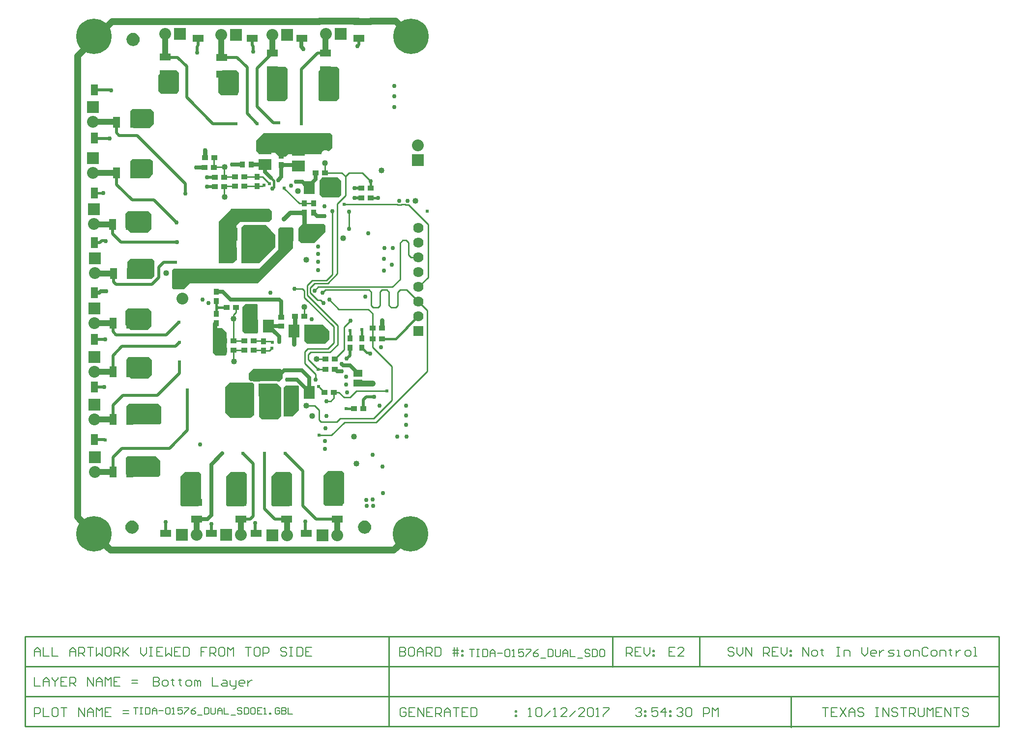
<source format=gbl>
G04 Layer_Physical_Order=4*
G04 Layer_Color=16711680*
%FSLAX25Y25*%
%MOIN*%
G70*
G01*
G75*
%ADD15R,0.03740X0.03937*%
%ADD21R,0.07677X0.08858*%
%ADD23R,0.03937X0.03740*%
%ADD25C,0.04000*%
%ADD26R,0.05118X0.07284*%
%ADD28R,0.03740X0.03937*%
%ADD29R,0.07284X0.05118*%
%ADD30R,0.03937X0.03740*%
%ADD32R,0.08858X0.07677*%
%ADD38C,0.01000*%
%ADD39C,0.02000*%
%ADD40C,0.02500*%
%ADD41C,0.01500*%
%ADD42C,0.04000*%
%ADD43C,0.03000*%
%ADD44C,0.04500*%
%ADD46C,0.00800*%
%ADD47C,0.03000*%
%ADD48C,0.07008*%
%ADD49R,0.07008X0.07008*%
%ADD50C,0.08000*%
%ADD51R,0.08000X0.08000*%
%ADD52C,0.24000*%
%ADD53R,0.08000X0.08000*%
%ADD54C,0.02400*%
%ADD55R,0.05906X0.05118*%
G36*
X156500Y117500D02*
Y111500D01*
Y101283D01*
X152217Y97000D01*
X146500D01*
X146025Y97475D01*
X146029Y97500D01*
Y101000D01*
Y116500D01*
X146025Y116525D01*
X147500Y118000D01*
X156000D01*
X156500Y117500D01*
D02*
G37*
G36*
X145500Y128000D02*
Y123000D01*
X143500Y121000D01*
X143405Y120905D01*
X142096D01*
X142085Y120913D01*
X141500Y121029D01*
X130500D01*
X129915Y120913D01*
X129904Y120905D01*
X125500D01*
Y121000D01*
X124094D01*
X124000Y120905D01*
X122500Y122406D01*
Y124000D01*
Y126500D01*
X124000Y128000D01*
X125500Y129500D01*
X144000D01*
X145500Y128000D01*
D02*
G37*
G36*
X143000Y118000D02*
X144500Y116500D01*
Y101000D01*
Y97500D01*
X143000Y96000D01*
X142000Y95000D01*
X131500D01*
X129500Y97000D01*
Y118500D01*
X130500Y119500D01*
X141500D01*
X143000Y118000D01*
D02*
G37*
G36*
X126000Y119000D02*
Y114000D01*
Y98500D01*
X124000Y96500D01*
X123500Y96000D01*
X110000D01*
X107000Y99000D01*
X106500Y99500D01*
Y112000D01*
Y117000D01*
X109500Y120000D01*
X125000D01*
X126000Y119000D01*
D02*
G37*
G36*
X177174Y154951D02*
Y149549D01*
X173951Y146326D01*
X162174D01*
X160500Y148000D01*
X160000Y148500D01*
Y151500D01*
Y159500D01*
X172626D01*
X177174Y154951D01*
D02*
G37*
G36*
X128000Y173500D02*
X128500Y173000D01*
X128500Y165000D01*
Y153500D01*
X119650Y153500D01*
X118000Y155150D01*
Y171500D01*
X120000Y173500D01*
X128000Y173500D01*
D02*
G37*
G36*
X56800Y135300D02*
Y125300D01*
X54300Y122800D01*
X42800D01*
X39300Y126009D01*
Y135509D01*
X40800Y137300D01*
X54800D01*
X56800Y135300D01*
D02*
G37*
G36*
X107500Y154000D02*
Y144500D01*
Y139579D01*
X107579Y139500D01*
X106500Y138421D01*
X100079D01*
X100000Y138500D01*
X98000Y140500D01*
Y150000D01*
Y155500D01*
X98500Y156000D01*
X99500Y157000D01*
X104500D01*
X107500Y154000D01*
D02*
G37*
G36*
X90209Y58000D02*
Y38000D01*
X88209Y36000D01*
X77209D01*
X76709Y36500D01*
X76209Y37000D01*
Y39000D01*
Y56500D01*
X78209Y58500D01*
X79209Y59500D01*
X88709D01*
X90209Y58000D01*
D02*
G37*
G36*
X121209D02*
Y38000D01*
X119209Y36000D01*
X108209D01*
X107709Y36500D01*
X107209Y37000D01*
Y39000D01*
Y56500D01*
X109209Y58500D01*
X110209Y59500D01*
X119709D01*
X121209Y58000D01*
D02*
G37*
G36*
X44475Y26384D02*
X45569Y25931D01*
X46509Y25209D01*
X47231Y24269D01*
X47684Y23175D01*
X47839Y22000D01*
X47684Y20825D01*
X47231Y19731D01*
X46509Y18791D01*
X45569Y18069D01*
X44475Y17616D01*
X43300Y17461D01*
X42125Y17616D01*
X41031Y18069D01*
X40091Y18791D01*
X39369Y19731D01*
X38916Y20825D01*
X38761Y22000D01*
X38916Y23175D01*
X39369Y24269D01*
X40091Y25209D01*
X41031Y25931D01*
X42125Y26384D01*
X43300Y26539D01*
X44475Y26384D01*
D02*
G37*
G36*
X202175D02*
X203269Y25931D01*
X204209Y25209D01*
X204931Y24269D01*
X205384Y23175D01*
X205539Y22000D01*
X205384Y20825D01*
X204931Y19731D01*
X204209Y18791D01*
X203269Y18069D01*
X202175Y17616D01*
X201000Y17461D01*
X199825Y17616D01*
X198731Y18069D01*
X197791Y18791D01*
X197069Y19731D01*
X196616Y20825D01*
X196461Y22000D01*
X196616Y23175D01*
X197069Y24269D01*
X197791Y25209D01*
X198731Y25931D01*
X199825Y26384D01*
X201000Y26539D01*
X202175Y26384D01*
D02*
G37*
G36*
X61500Y68000D02*
X62500Y67000D01*
Y62500D01*
Y57500D01*
X61000Y56000D01*
X41000D01*
X39000Y58000D01*
Y63500D01*
Y69000D01*
X39500Y69500D01*
X40000Y70000D01*
X59500D01*
X61500Y68000D01*
D02*
G37*
G36*
X63000Y103709D02*
Y98209D01*
Y92709D01*
X62500Y92209D01*
X62000Y91709D01*
X42500D01*
X40500Y93709D01*
X39500Y94709D01*
Y99209D01*
Y104209D01*
X41000Y105709D01*
X61000D01*
X63000Y103709D01*
D02*
G37*
G36*
X151709Y58000D02*
Y38000D01*
X149709Y36000D01*
X138709D01*
X138209Y36500D01*
X137709Y37000D01*
Y39000D01*
Y56500D01*
X139709Y58500D01*
X140709Y59500D01*
X150209D01*
X151709Y58000D01*
D02*
G37*
G36*
X187209Y58500D02*
Y38500D01*
X185209Y36500D01*
X174209D01*
X173709Y37000D01*
X173209Y37500D01*
Y39500D01*
Y57000D01*
X175209Y59000D01*
X176209Y60000D01*
X185709D01*
X187209Y58500D01*
D02*
G37*
G36*
X58100Y303850D02*
Y295700D01*
X55600Y292850D01*
X44600D01*
X42100Y295058D01*
Y304558D01*
X43600Y305850D01*
X56100D01*
X58100Y303850D01*
D02*
G37*
G36*
X148709Y333000D02*
Y313000D01*
X146709Y311000D01*
X135709D01*
X135209Y311500D01*
X134709Y312000D01*
Y314000D01*
Y331500D01*
X136709Y333500D01*
X137709Y334500D01*
X147209D01*
X148709Y333000D01*
D02*
G37*
G36*
X57600Y270350D02*
Y261850D01*
X55100Y258850D01*
X45100D01*
X42100Y261058D01*
Y270558D01*
X43600Y271850D01*
X55600D01*
X57600Y270350D01*
D02*
G37*
G36*
X179000Y288000D02*
Y285500D01*
Y279500D01*
X177000Y277500D01*
X176497Y276997D01*
X175912Y277446D01*
X175231Y277728D01*
X174500Y277824D01*
X173769Y277728D01*
X173088Y277446D01*
X172503Y276997D01*
X172054Y276412D01*
X171772Y275731D01*
X171676Y275000D01*
X149000D01*
X148500Y274500D01*
X147500Y273500D01*
X143000D01*
X140500Y276000D01*
X129161D01*
X128972Y275811D01*
X127594Y277189D01*
Y278500D01*
Y284594D01*
X128500Y285500D01*
X132500Y289500D01*
X177500D01*
X179000Y288000D01*
D02*
G37*
G36*
X75150Y330500D02*
Y318000D01*
X73650Y316000D01*
X63150D01*
X61150Y318000D01*
Y328604D01*
X64546Y332000D01*
X73150D01*
X75150Y330500D01*
D02*
G37*
G36*
X45175Y357384D02*
X46269Y356931D01*
X47209Y356209D01*
X47931Y355269D01*
X48384Y354175D01*
X48539Y353000D01*
X48384Y351825D01*
X47931Y350731D01*
X47209Y349791D01*
X46269Y349069D01*
X45175Y348616D01*
X44000Y348461D01*
X42825Y348616D01*
X41731Y349069D01*
X40791Y349791D01*
X40069Y350731D01*
X39616Y351825D01*
X39461Y353000D01*
X39616Y354175D01*
X40069Y355269D01*
X40791Y356209D01*
X41731Y356931D01*
X42825Y357384D01*
X44000Y357539D01*
X45175Y357384D01*
D02*
G37*
G36*
X183709Y333000D02*
Y313000D01*
X181709Y311000D01*
X170709D01*
X170209Y311500D01*
X169709Y312000D01*
Y314000D01*
Y331500D01*
X171709Y333500D01*
X172709Y334500D01*
X182209D01*
X183709Y333000D01*
D02*
G37*
G36*
X115650Y330500D02*
Y317500D01*
X114650Y315000D01*
X103650D01*
X101650Y317000D01*
Y329000D01*
X104358Y332000D01*
X113858D01*
X115650Y330500D01*
D02*
G37*
G36*
X57000Y204000D02*
X58500Y202500D01*
X58500Y192500D01*
X56500Y190500D01*
X42500Y190500D01*
X40000Y192709D01*
Y202209D01*
X42000Y204000D01*
X57000Y204000D01*
D02*
G37*
G36*
X137500Y223500D02*
X140500Y220500D01*
Y216000D01*
X140500Y212000D01*
X129500Y201000D01*
X124500Y201000D01*
X117707D01*
X117500Y201500D01*
Y224500D01*
Y225500D01*
X119000Y227000D01*
X134000D01*
X137500Y223500D01*
D02*
G37*
G36*
X56400Y168400D02*
Y158400D01*
X53900Y155900D01*
X42400D01*
X38900Y159109D01*
Y168609D01*
X40400Y170400D01*
X54400D01*
X56400Y168400D01*
D02*
G37*
G36*
X152500Y225000D02*
Y211400D01*
X128600Y187500D01*
X82500Y187500D01*
X78500Y183500D01*
X71500Y183500D01*
X70500Y184500D01*
X70500Y196500D01*
X71500Y197500D01*
X129500Y197500D01*
X142500Y210500D01*
Y224500D01*
X143500Y225500D01*
X152000D01*
X152500Y225000D01*
D02*
G37*
G36*
X56300Y234400D02*
Y224400D01*
X53800Y221900D01*
X42300D01*
X38800Y225109D01*
Y234609D01*
X40300Y236400D01*
X54300D01*
X56300Y234400D01*
D02*
G37*
G36*
X182600Y259400D02*
X185000Y257000D01*
X185000Y247500D01*
X183400Y245900D01*
X173800Y245900D01*
X172500D01*
X170500Y247900D01*
X170400Y248000D01*
Y255600D01*
Y257600D01*
X171700Y258900D01*
X172200Y259400D01*
X180800D01*
X182600Y259400D01*
D02*
G37*
G36*
X137000Y237500D02*
X138000Y236500D01*
Y234500D01*
Y230804D01*
X137870Y230674D01*
X136196Y229000D01*
X116500D01*
X114000Y226500D01*
Y204500D01*
Y203500D01*
X112000Y201500D01*
X111500Y201000D01*
X102500D01*
X102000Y201500D01*
Y210500D01*
Y229500D01*
X110000Y237500D01*
X110500Y238000D01*
X136500D01*
X137000Y237500D01*
D02*
G37*
G36*
X174500Y226744D02*
Y222378D01*
X166933Y214811D01*
X157933D01*
X157433Y215311D01*
X156433Y216311D01*
Y221811D01*
Y225383D01*
X157635Y226584D01*
X158861Y227811D01*
X173433D01*
X174500Y226744D01*
D02*
G37*
G54D15*
X118047Y268000D02*
D03*
X123953D02*
D03*
G54D21*
X133413Y102000D02*
D03*
X122587D02*
D03*
X153087Y155000D02*
D03*
X163913D02*
D03*
X135913Y158500D02*
D03*
X125087D02*
D03*
X163413Y113500D02*
D03*
X152587D02*
D03*
X111020Y220811D02*
D03*
X121846D02*
D03*
X149020Y220311D02*
D03*
X159846D02*
D03*
X122087Y115000D02*
D03*
X132913D02*
D03*
X121513Y207400D02*
D03*
X110687D02*
D03*
X163287Y252400D02*
D03*
X174113D02*
D03*
G54D23*
X107350Y171000D02*
D03*
X113650D02*
D03*
X205150Y252000D02*
D03*
X198850D02*
D03*
X198850Y245500D02*
D03*
X205150D02*
D03*
X180650Y129000D02*
D03*
X174350D02*
D03*
Y136000D02*
D03*
X180650D02*
D03*
X105650Y259500D02*
D03*
X99350D02*
D03*
X105650Y253000D02*
D03*
X99350D02*
D03*
X119283Y253311D02*
D03*
X112984D02*
D03*
X119283Y259711D02*
D03*
X112984D02*
D03*
X167650Y262400D02*
D03*
X173950D02*
D03*
X200031Y102343D02*
D03*
X193731D02*
D03*
X125650Y142000D02*
D03*
X119350D02*
D03*
X125650Y148500D02*
D03*
X119350D02*
D03*
X153850Y165000D02*
D03*
X160150D02*
D03*
X112150Y148500D02*
D03*
X105850D02*
D03*
X112150Y142000D02*
D03*
X105850D02*
D03*
X206450Y149800D02*
D03*
X212750D02*
D03*
Y157200D02*
D03*
X206450D02*
D03*
X180150Y113500D02*
D03*
X173850D02*
D03*
X92650Y272800D02*
D03*
X98950D02*
D03*
X98850Y266200D02*
D03*
X92550D02*
D03*
G54D25*
X44000Y353000D02*
D03*
X43300Y22000D02*
D03*
X201000D02*
D03*
X66500Y194500D02*
D03*
X195400Y65150D02*
D03*
X212400Y264000D02*
D03*
X186500Y218000D02*
D03*
X235500Y243500D02*
D03*
X174000Y269200D02*
D03*
X112500Y134500D02*
D03*
X168500Y136000D02*
D03*
X165300Y97600D02*
D03*
X161591Y104500D02*
D03*
X193900Y83400D02*
D03*
X112000Y163500D02*
D03*
X106000Y246000D02*
D03*
Y266500D02*
D03*
X161500Y203500D02*
D03*
X155633Y250111D02*
D03*
X160150Y171500D02*
D03*
G54D26*
X17709Y318850D02*
D03*
X6291D02*
D03*
X30291Y160500D02*
D03*
X41709D02*
D03*
X30291Y127500D02*
D03*
X41709D02*
D03*
X30291Y59500D02*
D03*
X41709D02*
D03*
X30291Y95000D02*
D03*
X41709D02*
D03*
X42209Y194000D02*
D03*
X30791D02*
D03*
X41509Y227400D02*
D03*
X30091D02*
D03*
X44309Y296850D02*
D03*
X32891D02*
D03*
X44309Y262350D02*
D03*
X32891D02*
D03*
X6291Y285950D02*
D03*
X17709D02*
D03*
Y248900D02*
D03*
X6291D02*
D03*
Y215000D02*
D03*
X17709D02*
D03*
X6291Y117000D02*
D03*
X17709D02*
D03*
X6291Y81500D02*
D03*
X17709D02*
D03*
Y181000D02*
D03*
X6291D02*
D03*
X17709Y149500D02*
D03*
X6291D02*
D03*
G54D28*
X144500Y267850D02*
D03*
Y274150D02*
D03*
X128000Y253350D02*
D03*
Y259650D02*
D03*
X166500Y241650D02*
D03*
Y235350D02*
D03*
X160000Y235350D02*
D03*
Y241650D02*
D03*
X199000Y150150D02*
D03*
Y143850D02*
D03*
X191000Y150150D02*
D03*
Y143850D02*
D03*
X132500Y141850D02*
D03*
Y148150D02*
D03*
X100500Y160350D02*
D03*
Y166650D02*
D03*
Y175500D02*
D03*
Y181799D02*
D03*
G54D29*
X117000Y27291D02*
D03*
Y38709D02*
D03*
X148000Y27291D02*
D03*
Y38709D02*
D03*
X182500Y27291D02*
D03*
Y38709D02*
D03*
X87000Y27291D02*
D03*
Y38709D02*
D03*
X138500Y332291D02*
D03*
Y343709D02*
D03*
X174500Y332291D02*
D03*
Y343709D02*
D03*
X104150Y329291D02*
D03*
Y340709D02*
D03*
X65650Y329791D02*
D03*
Y341209D02*
D03*
X124650Y353791D02*
D03*
Y365209D02*
D03*
X88150D02*
D03*
Y353791D02*
D03*
X197000Y365209D02*
D03*
Y353791D02*
D03*
X158500Y365209D02*
D03*
Y353791D02*
D03*
X66000Y6291D02*
D03*
Y17709D02*
D03*
X97000Y6291D02*
D03*
Y17709D02*
D03*
X127500Y6291D02*
D03*
Y17709D02*
D03*
X161500D02*
D03*
Y6291D02*
D03*
G54D30*
X144500Y164453D02*
D03*
Y158547D02*
D03*
G54D32*
X156000Y277913D02*
D03*
Y267087D02*
D03*
X133500Y268087D02*
D03*
Y278913D02*
D03*
G54D38*
X188000Y247000D02*
Y260000D01*
X182500Y241500D02*
X188000Y247000D01*
X182500Y194000D02*
Y241500D01*
X179000Y193500D02*
Y236500D01*
X175000Y189500D02*
X179000Y193500D01*
X176000Y187500D02*
X182500Y194000D01*
X113650Y167650D02*
Y171000D01*
X112000Y166000D02*
X113650Y167650D01*
X112000Y163500D02*
Y166000D01*
X225000Y190100D02*
Y214900D01*
X219900Y185000D02*
X225000Y190100D01*
X169500Y185000D02*
X219900D01*
X229000Y216800D02*
X230800Y215000D01*
X226900Y216800D02*
X229000D01*
X225000Y214900D02*
X226900Y216800D01*
X230800Y206700D02*
Y215000D01*
X232500Y205000D02*
X237500D01*
X230800Y206700D02*
X232500Y205000D01*
X181960Y93300D02*
X184360Y95700D01*
X171600Y93300D02*
X181960D01*
X170000Y94900D02*
X171600Y93300D01*
X170000Y94900D02*
Y101500D01*
X167000Y104500D02*
X170000Y101500D01*
X161591Y104500D02*
X167000D01*
X176000Y143000D02*
X180100Y147100D01*
X162400Y143000D02*
X176000D01*
X160450Y141050D02*
X162400Y143000D01*
X160450Y133150D02*
Y141050D01*
X177600Y140700D02*
X182800Y145900D01*
X164400Y140700D02*
X177600D01*
X162800Y139100D02*
X164400Y140700D01*
X162800Y135700D02*
Y139100D01*
X199500Y262500D02*
X205150Y256850D01*
X190500Y262500D02*
X199500D01*
X188000Y260000D02*
X190500Y262500D01*
X185600Y262400D02*
X188000Y260000D01*
X173950Y262400D02*
X185600D01*
X167000Y182500D02*
X169500Y185000D01*
X171000Y176000D02*
X173000Y174000D01*
X169000Y176000D02*
X171000D01*
X165500Y189500D02*
X175000D01*
X167000Y187500D02*
X176000D01*
X229500Y183000D02*
X237500Y175000D01*
X172500Y181000D02*
X174500Y183000D01*
X203500Y169900D02*
X206350Y167050D01*
X146600Y251844D02*
X156795Y241650D01*
X146600Y251844D02*
Y252100D01*
X167900Y122000D02*
Y125700D01*
X160450Y133150D02*
X167900Y125700D01*
X160000Y241650D02*
X160000Y241650D01*
X166500D01*
X105650Y246350D02*
X106000Y246000D01*
X105650Y246350D02*
Y253000D01*
Y266150D02*
X106000Y266500D01*
X105650Y259500D02*
Y266150D01*
Y253000D02*
X105961Y253311D01*
X112984D01*
X105650Y259500D02*
X105861Y259711D01*
X112984D01*
X119283D02*
X119344Y259650D01*
X128000D01*
X131895D02*
X136533Y255011D01*
X128000Y259650D02*
X131895D01*
X131872Y253350D02*
X132733Y254211D01*
X128000Y253350D02*
X131872D01*
X127961Y253311D02*
X128000Y253350D01*
X119283Y253311D02*
X127961D01*
X169500Y129000D02*
X174350D01*
X112150Y134850D02*
X112500Y134500D01*
X112150Y134850D02*
Y142000D01*
Y148500D02*
X119350D01*
X112150Y142000D02*
X119350D01*
X132350D02*
X132500Y141850D01*
X125650Y142000D02*
X132350D01*
X132150Y148500D02*
X132500Y148150D01*
X125650Y148500D02*
X132150D01*
X136350Y141850D02*
X138000Y143500D01*
X132500Y141850D02*
X136350D01*
X112000Y163500D02*
X112150Y163350D01*
Y148500D02*
Y163350D01*
X137550Y148150D02*
X138300Y147400D01*
X132500Y148150D02*
X137550D01*
X170550Y116800D02*
X173850Y113500D01*
X170550Y116800D02*
Y116800D01*
X180100Y147100D02*
Y157950D01*
X180650Y136000D02*
X187175Y142525D01*
Y157675D01*
X191500Y162000D01*
X170000Y84500D02*
X178600D01*
X187300Y93200D01*
X168500Y136000D02*
X174350D01*
X162800Y135700D02*
X169500Y129000D01*
X175100Y107600D02*
X178050D01*
X180150Y109700D01*
Y113500D01*
X156795Y241650D02*
X160000D01*
X160100Y171800D02*
X160150Y171750D01*
X173950Y262400D02*
Y269150D01*
X174000Y269200D01*
X206350Y156800D02*
X206450Y156700D01*
Y149800D02*
Y156700D01*
X98850Y266200D02*
Y272700D01*
X98950Y272800D01*
X99150Y266500D02*
X106000D01*
X98850Y266200D02*
X99150Y266500D01*
X160200Y177850D02*
X180100Y157950D01*
X182800Y145900D02*
Y158700D01*
X237500Y175000D02*
X243500Y169000D01*
X206450Y144000D02*
Y149800D01*
X237500Y185000D02*
X244000Y191500D01*
Y227500D01*
X160150Y165000D02*
Y171500D01*
Y171750D01*
X184360Y95700D02*
X207200D01*
X204000Y183000D02*
X205500Y181500D01*
Y172300D02*
Y181500D01*
X174500Y183000D02*
X204000D01*
X223500Y181500D02*
X225000Y183000D01*
X229500D01*
X187000Y110000D02*
X191000D01*
X195442Y114442D01*
X215942D01*
X207200Y95700D02*
X219500Y108000D01*
Y130950D01*
X206450Y144000D02*
X219500Y130950D01*
X187300Y93200D02*
X208900D01*
X243500Y127800D01*
Y169000D01*
X205500Y172300D02*
X206800Y171000D01*
X210100D01*
X211500Y172400D01*
X216000Y183000D02*
X217500Y181500D01*
X211500Y172400D02*
Y181700D01*
X212800Y183000D01*
X216000D01*
X217500Y172500D02*
Y181500D01*
Y172500D02*
X219000Y171000D01*
X222000D01*
X223500Y172500D01*
Y181500D01*
X177000Y176500D02*
X183600Y169900D01*
X203500D01*
X164000Y181000D02*
X169000Y176000D01*
X164000Y181000D02*
Y184500D01*
X167000Y187500D01*
X162000Y179500D02*
X182800Y158700D01*
X162000Y179500D02*
Y186000D01*
X165500Y189500D01*
X160200Y177850D02*
Y182300D01*
X158650Y183850D02*
X160200Y182300D01*
X153500Y183850D02*
X158650D01*
X180150Y113500D02*
X183500D01*
X187000Y110000D01*
X228540Y241000D02*
X228840Y240700D01*
X230800D01*
X244000Y227500D01*
X187000Y241000D02*
X223040D01*
X223340Y240700D01*
X225660D01*
X225960Y241000D01*
X228540D01*
X190500Y224500D02*
Y236000D01*
X206350Y156800D02*
Y167050D01*
X428000Y-72683D02*
Y-52350D01*
X369000Y-73000D02*
Y-52667D01*
X-29200Y-72683D02*
X631000D01*
X-29200Y-93017D02*
X630800D01*
X-29200Y-113350D02*
X371300D01*
X-29150Y-52350D02*
X631000D01*
X-29150Y-113350D02*
Y-52350D01*
Y-113350D02*
X128400D01*
X-29200D02*
Y-52350D01*
X217300Y-113350D02*
Y-52350D01*
X631000Y-113350D02*
Y-52350D01*
X371300Y-113350D02*
X631000D01*
X490200Y-114000D02*
Y-93717D01*
G54D39*
X126791Y18417D02*
Y24709D01*
Y18417D02*
X127500Y17709D01*
X128100Y307400D02*
X139189Y296311D01*
X128100Y307400D02*
Y333309D01*
X139189Y296311D02*
X142622D01*
X194000Y245500D02*
X198850D01*
X194000Y252000D02*
X198850D01*
X156000Y277913D02*
X167750D01*
X196000Y348500D02*
X197000Y349500D01*
Y353791D01*
X94000Y253000D02*
X99350D01*
X94000Y259500D02*
X99350D01*
X32891Y254558D02*
Y262350D01*
X30091Y221109D02*
X35900Y215300D01*
X73800D01*
X30791Y188509D02*
Y194000D01*
Y188509D02*
X32400Y186900D01*
X65750Y340809D02*
X74191D01*
X103750Y340709D02*
X104150D01*
X28600Y318850D02*
X29100Y318350D01*
X20309Y318850D02*
X28600D01*
X20309Y285850D02*
X28100D01*
X17709Y149500D02*
X25000D01*
X17709Y117000D02*
X24500D01*
X97000Y17709D02*
Y24000D01*
X66000Y17709D02*
Y25500D01*
X118500Y72000D02*
X125500Y65000D01*
X117000Y27291D02*
X123291D01*
X125500Y29500D01*
Y65000D01*
X30091Y221109D02*
Y227400D01*
X169209Y343709D02*
X174500D01*
X30291Y154709D02*
Y160500D01*
Y154709D02*
X32500Y152500D01*
X66500D02*
X75000Y161000D01*
X32500Y152500D02*
X66500D01*
X32791Y289658D02*
X34600Y287850D01*
X24900Y81500D02*
X25200Y81200D01*
X17709Y81500D02*
X24900D01*
X133000Y34400D02*
Y72000D01*
Y34400D02*
X140109Y27291D01*
X148000D01*
X159000Y36400D02*
X168109Y27291D01*
X159000Y36400D02*
Y60000D01*
X147000Y72000D02*
X159000Y60000D01*
X168109Y27291D02*
X182500D01*
X36400Y75500D02*
X68700D01*
X30291Y69391D02*
X36400Y75500D01*
X30291Y59500D02*
Y69391D01*
X68700Y75500D02*
X80850Y87650D01*
Y115150D01*
X30291Y104691D02*
X37100Y111500D01*
X30291Y95000D02*
Y104691D01*
Y138491D02*
X36600Y144800D01*
X30291Y127500D02*
Y138491D01*
X72800Y144800D02*
X75500Y147500D01*
X36600Y144800D02*
X72800D01*
X37100Y111500D02*
X60500D01*
X75500Y126500D01*
Y134000D01*
X32891Y254558D02*
X43450Y244000D01*
X58000D02*
X73300Y228700D01*
X43450Y244000D02*
X58000D01*
X79500Y248600D02*
Y255000D01*
X46650Y287850D02*
X79500Y255000D01*
X34600Y287850D02*
X46650D01*
X80300Y313700D02*
X98189Y295811D01*
X74191Y340809D02*
X80300Y334700D01*
Y313700D02*
Y334700D01*
X98189Y295811D02*
X113622D01*
X114591Y340709D02*
X121300Y334000D01*
Y302633D02*
Y334000D01*
Y302633D02*
X128122Y295811D01*
X104150Y340709D02*
X114591D01*
X158122Y295811D02*
Y332622D01*
X169209Y343709D01*
X128100Y333309D02*
X138500Y343709D01*
X87358Y344209D02*
Y348209D01*
X88150Y349000D01*
Y353791D01*
X125358Y344791D02*
Y348491D01*
X124650Y349200D02*
Y353291D01*
Y349200D02*
X125358Y348491D01*
X22700Y216300D02*
X25200D01*
X25500Y216000D01*
X18209Y215000D02*
X21400D01*
X22700Y216300D01*
X32791Y289658D02*
Y296950D01*
X200031Y102343D02*
Y108531D01*
X202000Y110500D01*
X207500D01*
X64720Y201720D02*
X72720D01*
X32400Y186900D02*
X56900D01*
X61500Y191500D01*
Y198500D01*
X64720Y201720D01*
X188900Y136300D02*
X191000Y138400D01*
Y143850D01*
X160700Y17609D02*
Y24900D01*
G54D40*
X110000Y176500D02*
X143000D01*
X104701Y181799D02*
X110000Y176500D01*
X100500Y181799D02*
X104701D01*
X143000Y176500D02*
X144500Y175000D01*
Y164453D02*
Y175000D01*
Y259667D02*
Y267850D01*
X142333Y257500D02*
X144500Y259667D01*
X167650Y257950D02*
Y262400D01*
X163287Y253587D02*
X167650Y257950D01*
X163287Y252400D02*
Y253587D01*
X154300Y256300D02*
X158700D01*
X162600Y252400D01*
X163287D01*
X158000Y353291D02*
X158500Y353791D01*
X158000Y348000D02*
Y353291D01*
X166500Y235350D02*
X168839Y233011D01*
X173833D01*
X111000Y268000D02*
X118047D01*
X155236Y267850D02*
X156000Y267087D01*
X144500Y267850D02*
X155236D01*
X158000Y348000D02*
X159500Y346500D01*
X22000Y182000D02*
X25500D01*
X21000Y181000D02*
X22000Y182000D01*
X17709Y181000D02*
X21000D01*
X87000Y27291D02*
X94291D01*
X97000Y30000D01*
Y64500D01*
X163413Y113840D02*
Y123587D01*
Y113500D02*
Y113840D01*
X155254Y122000D02*
X163413Y113840D01*
X131500Y125000D02*
X137000D01*
X143000D01*
X146500Y128500D01*
X158500D01*
X163413Y123587D01*
X148500Y122000D02*
X155254D01*
X135913Y158500D02*
X144453D01*
X144500Y158547D01*
X135913Y158500D02*
X143000Y151413D01*
X97000Y64500D02*
X104500Y72000D01*
X133500Y262983D02*
X137483Y259000D01*
X133500Y262983D02*
Y268087D01*
X133413Y268000D02*
X133500Y268087D01*
X123953Y268000D02*
X133413D01*
X143000Y147700D02*
Y151413D01*
X86700Y266200D02*
X92550D01*
X191147Y131700D02*
X196500Y126347D01*
X185300Y132900D02*
X186500Y131700D01*
X191147D01*
X180650Y129000D02*
X181100D01*
X182400Y127700D01*
X185600D01*
G54D41*
X100500Y166650D02*
Y170000D01*
Y172000D01*
Y170000D02*
X101500Y171000D01*
X100500Y172000D02*
X101500Y171000D01*
X100500Y172000D02*
Y175500D01*
X101500Y171000D02*
X107350D01*
X205150Y252000D02*
Y256850D01*
Y245500D02*
X210000D01*
X199000Y150150D02*
Y156000D01*
Y143850D02*
X202350Y140500D01*
X204089D02*
X204800Y139789D01*
X202350Y140500D02*
X204089D01*
X191000Y150150D02*
Y155500D01*
X188543Y102343D02*
X193731D01*
X188500Y102300D02*
X188543Y102343D01*
X138433Y251811D02*
X139283Y252661D01*
X137483Y259000D02*
X139283Y257200D01*
Y252661D02*
Y257200D01*
X222000Y149800D02*
X237200Y165000D01*
X237500D01*
X212750Y149800D02*
X222000D01*
X17509Y248900D02*
X17709D01*
X23800D01*
G54D42*
X182350Y16429D02*
X182500Y16579D01*
Y27291D01*
X148350Y16429D02*
Y26791D01*
X117000Y16929D02*
Y27291D01*
X87000Y16929D02*
Y27291D01*
X17426Y227759D02*
X17785Y227400D01*
X30091D01*
X18232Y194359D02*
X18591Y194000D01*
X30791D01*
X174500Y356443D02*
X174787Y356730D01*
X174500Y343709D02*
Y356443D01*
X138459Y355968D02*
X138500Y355926D01*
Y343709D02*
Y355926D01*
X17732Y160509D02*
X17741Y160500D01*
X30291D01*
X17732Y127509D02*
X30027D01*
Y95264D02*
X30291Y95000D01*
X17732Y95264D02*
X30027D01*
X16844Y296950D02*
X32791D01*
Y262450D02*
X32891Y262350D01*
X16844Y262450D02*
X32791D01*
X18232Y59509D02*
X18241Y59500D01*
X30291D01*
X103750Y340709D02*
Y356256D01*
X65750Y340809D02*
Y356756D01*
X196500Y119653D02*
X196653Y119500D01*
X206500D01*
G54D43*
X92650Y272800D02*
Y277850D01*
X167750Y277913D02*
Y278750D01*
X170000Y281000D01*
X146000Y231000D02*
X150350Y235350D01*
X160000D01*
X159846Y220311D02*
X160000Y220465D01*
Y235350D01*
X174313Y252100D02*
X183400D01*
X153087Y146087D02*
Y155000D01*
X153000Y146000D02*
X153087Y146087D01*
Y155000D02*
X153850Y155764D01*
Y165000D01*
X18035Y59312D02*
X18232Y59509D01*
X212750Y157200D02*
Y162450D01*
X212700Y162500D02*
X212750Y162450D01*
X99350Y152650D02*
Y160000D01*
Y152650D02*
X101000Y151000D01*
G54D44*
X6291Y181000D02*
Y215000D01*
X197000Y365209D02*
X205000D01*
X222169Y365331D02*
X232500Y355000D01*
X205000Y365331D02*
X222169D01*
X220791Y6291D02*
X232000Y17500D01*
X161500Y6291D02*
X220791D01*
X97000D02*
X127500D01*
X6291Y117000D02*
Y149500D01*
Y81500D02*
Y117000D01*
Y248900D02*
Y285950D01*
Y318850D02*
Y341791D01*
Y285950D02*
Y318850D01*
X17500Y17500D02*
X28709Y6291D01*
X6291Y28709D02*
X17500Y17500D01*
X127500Y6291D02*
X161500D01*
X158500Y365209D02*
X170378D01*
X124650D02*
X158500D01*
X88150D02*
X124650D01*
X65150D02*
X88150D01*
X6291Y215000D02*
Y248900D01*
Y149500D02*
Y181000D01*
Y28709D02*
Y81500D01*
X28709Y6291D02*
X66000D01*
X196709Y365500D02*
X197000Y365209D01*
X184500Y365500D02*
X196709D01*
X184331Y365331D02*
X184500Y365500D01*
X170500Y365331D02*
X184331D01*
X170378Y365209D02*
X170500Y365331D01*
X29709Y365209D02*
X65150D01*
X66000Y6291D02*
X86000D01*
X6291Y341791D02*
X29709Y365209D01*
X86000Y6291D02*
X97000D01*
G54D46*
X57700Y-79851D02*
Y-85849D01*
X60699D01*
X61699Y-84850D01*
Y-83850D01*
X60699Y-82850D01*
X57700D01*
X60699D01*
X61699Y-81851D01*
Y-80851D01*
X60699Y-79851D01*
X57700D01*
X64698Y-85849D02*
X66697D01*
X67697Y-84850D01*
Y-82850D01*
X66697Y-81851D01*
X64698D01*
X63698Y-82850D01*
Y-84850D01*
X64698Y-85849D01*
X70696Y-80851D02*
Y-81851D01*
X69696D01*
X71696D01*
X70696D01*
Y-84850D01*
X71696Y-85849D01*
X75694Y-80851D02*
Y-81851D01*
X74695D01*
X76694D01*
X75694D01*
Y-84850D01*
X76694Y-85849D01*
X80693D02*
X82692D01*
X83692Y-84850D01*
Y-82850D01*
X82692Y-81851D01*
X80693D01*
X79693Y-82850D01*
Y-84850D01*
X80693Y-85849D01*
X85691D02*
Y-81851D01*
X86691D01*
X87690Y-82850D01*
Y-85849D01*
Y-82850D01*
X88690Y-81851D01*
X89690Y-82850D01*
Y-85849D01*
X97687Y-79851D02*
Y-85849D01*
X101686D01*
X104685Y-81851D02*
X106684D01*
X107684Y-82850D01*
Y-85849D01*
X104685D01*
X103685Y-84850D01*
X104685Y-83850D01*
X107684D01*
X109683Y-81851D02*
Y-84850D01*
X110683Y-85849D01*
X113682D01*
Y-86849D01*
X112682Y-87849D01*
X111682D01*
X113682Y-85849D02*
Y-81851D01*
X118680Y-85849D02*
X116681D01*
X115681Y-84850D01*
Y-82850D01*
X116681Y-81851D01*
X118680D01*
X119680Y-82850D01*
Y-83850D01*
X115681D01*
X121679Y-81851D02*
Y-85849D01*
Y-83850D01*
X122679Y-82850D01*
X123679Y-81851D01*
X124678D01*
X498200Y-65567D02*
Y-59569D01*
X502199Y-65567D01*
Y-59569D01*
X505198Y-65567D02*
X507197D01*
X508197Y-64567D01*
Y-62568D01*
X507197Y-61568D01*
X505198D01*
X504198Y-62568D01*
Y-64567D01*
X505198Y-65567D01*
X511196Y-60568D02*
Y-61568D01*
X510196D01*
X512195D01*
X511196D01*
Y-64567D01*
X512195Y-65567D01*
X521193Y-59569D02*
X523192D01*
X522192D01*
Y-65567D01*
X521193D01*
X523192D01*
X526191D02*
Y-61568D01*
X529190D01*
X530190Y-62568D01*
Y-65567D01*
X538187Y-59569D02*
Y-63567D01*
X540186Y-65567D01*
X542186Y-63567D01*
Y-59569D01*
X547184Y-65567D02*
X545185D01*
X544185Y-64567D01*
Y-62568D01*
X545185Y-61568D01*
X547184D01*
X548184Y-62568D01*
Y-63567D01*
X544185D01*
X550183Y-61568D02*
Y-65567D01*
Y-63567D01*
X551183Y-62568D01*
X552182Y-61568D01*
X553182D01*
X556181Y-65567D02*
X559180D01*
X560180Y-64567D01*
X559180Y-63567D01*
X557181D01*
X556181Y-62568D01*
X557181Y-61568D01*
X560180D01*
X562179Y-65567D02*
X564179D01*
X563179D01*
Y-61568D01*
X562179D01*
X568177Y-65567D02*
X570177D01*
X571176Y-64567D01*
Y-62568D01*
X570177Y-61568D01*
X568177D01*
X567178Y-62568D01*
Y-64567D01*
X568177Y-65567D01*
X573176D02*
Y-61568D01*
X576175D01*
X577174Y-62568D01*
Y-65567D01*
X583173Y-60568D02*
X582173Y-59569D01*
X580173D01*
X579174Y-60568D01*
Y-64567D01*
X580173Y-65567D01*
X582173D01*
X583173Y-64567D01*
X586171Y-65567D02*
X588171D01*
X589171Y-64567D01*
Y-62568D01*
X588171Y-61568D01*
X586171D01*
X585172Y-62568D01*
Y-64567D01*
X586171Y-65567D01*
X591170D02*
Y-61568D01*
X594169D01*
X595169Y-62568D01*
Y-65567D01*
X598168Y-60568D02*
Y-61568D01*
X597168D01*
X599167D01*
X598168D01*
Y-64567D01*
X599167Y-65567D01*
X602166Y-61568D02*
Y-65567D01*
Y-63567D01*
X603166Y-62568D01*
X604166Y-61568D01*
X605165D01*
X609164Y-65567D02*
X611164D01*
X612163Y-64567D01*
Y-62568D01*
X611164Y-61568D01*
X609164D01*
X608164Y-62568D01*
Y-64567D01*
X609164Y-65567D01*
X614162D02*
X616162D01*
X615162D01*
Y-59569D01*
X614162D01*
X451599Y-60568D02*
X450599Y-59569D01*
X448600D01*
X447600Y-60568D01*
Y-61568D01*
X448600Y-62568D01*
X450599D01*
X451599Y-63567D01*
Y-64567D01*
X450599Y-65567D01*
X448600D01*
X447600Y-64567D01*
X453598Y-59569D02*
Y-63567D01*
X455597Y-65567D01*
X457597Y-63567D01*
Y-59569D01*
X459596Y-65567D02*
Y-59569D01*
X463595Y-65567D01*
Y-59569D01*
X471592Y-65567D02*
Y-59569D01*
X474591D01*
X475591Y-60568D01*
Y-62568D01*
X474591Y-63567D01*
X471592D01*
X473592D02*
X475591Y-65567D01*
X481589Y-59569D02*
X477590D01*
Y-65567D01*
X481589D01*
X477590Y-62568D02*
X479590D01*
X483588Y-59569D02*
Y-63567D01*
X485588Y-65567D01*
X487587Y-63567D01*
Y-59569D01*
X489586Y-61568D02*
X490586D01*
Y-62568D01*
X489586D01*
Y-61568D01*
Y-64567D02*
X490586D01*
Y-65567D01*
X489586D01*
Y-64567D01*
X378500Y-65700D02*
Y-59702D01*
X381499D01*
X382499Y-60702D01*
Y-62701D01*
X381499Y-63701D01*
X378500D01*
X380499D02*
X382499Y-65700D01*
X388497Y-59702D02*
X384498D01*
Y-65700D01*
X388497D01*
X384498Y-62701D02*
X386497D01*
X390496Y-59702D02*
Y-63701D01*
X392495Y-65700D01*
X394495Y-63701D01*
Y-59702D01*
X396494Y-61701D02*
X397494D01*
Y-62701D01*
X396494D01*
Y-61701D01*
Y-64700D02*
X397494D01*
Y-65700D01*
X396494D01*
Y-64700D01*
X411489Y-59702D02*
X407491D01*
Y-65700D01*
X411489D01*
X407491Y-62701D02*
X409490D01*
X417487Y-65700D02*
X413489D01*
X417487Y-61701D01*
Y-60702D01*
X416488Y-59702D01*
X414488D01*
X413489Y-60702D01*
X44300Y-100401D02*
X47299D01*
X45799D01*
Y-104900D01*
X48799Y-100401D02*
X50298D01*
X49548D01*
Y-104900D01*
X48799D01*
X50298D01*
X52547Y-100401D02*
Y-104900D01*
X54797D01*
X55546Y-104150D01*
Y-101151D01*
X54797Y-100401D01*
X52547D01*
X57046Y-104900D02*
Y-101901D01*
X58545Y-100401D01*
X60045Y-101901D01*
Y-104900D01*
Y-102651D01*
X57046D01*
X61544D02*
X64543D01*
X66043Y-101151D02*
X66793Y-100401D01*
X68292D01*
X69042Y-101151D01*
Y-104150D01*
X68292Y-104900D01*
X66793D01*
X66043Y-104150D01*
Y-101151D01*
X70542Y-104900D02*
X72041D01*
X71291D01*
Y-100401D01*
X70542Y-101151D01*
X77289Y-100401D02*
X74290D01*
Y-102651D01*
X75790Y-101901D01*
X76540D01*
X77289Y-102651D01*
Y-104150D01*
X76540Y-104900D01*
X75040D01*
X74290Y-104150D01*
X78789Y-100401D02*
X81788D01*
Y-101151D01*
X78789Y-104150D01*
Y-104900D01*
X86286Y-100401D02*
X84787Y-101151D01*
X83287Y-102651D01*
Y-104150D01*
X84037Y-104900D01*
X85537D01*
X86286Y-104150D01*
Y-103401D01*
X85537Y-102651D01*
X83287D01*
X87786Y-105650D02*
X90785D01*
X92285Y-100401D02*
Y-104900D01*
X94534D01*
X95284Y-104150D01*
Y-101151D01*
X94534Y-100401D01*
X92285D01*
X96783D02*
Y-104150D01*
X97533Y-104900D01*
X99032D01*
X99782Y-104150D01*
Y-100401D01*
X101282Y-104900D02*
Y-101901D01*
X102781Y-100401D01*
X104281Y-101901D01*
Y-104900D01*
Y-102651D01*
X101282D01*
X105780Y-100401D02*
Y-104900D01*
X108779D01*
X110279Y-105650D02*
X113278D01*
X117776Y-101151D02*
X117026Y-100401D01*
X115527D01*
X114777Y-101151D01*
Y-101901D01*
X115527Y-102651D01*
X117026D01*
X117776Y-103401D01*
Y-104150D01*
X117026Y-104900D01*
X115527D01*
X114777Y-104150D01*
X119276Y-100401D02*
Y-104900D01*
X121525D01*
X122275Y-104150D01*
Y-101151D01*
X121525Y-100401D01*
X119276D01*
X126024D02*
X124524D01*
X123774Y-101151D01*
Y-104150D01*
X124524Y-104900D01*
X126024D01*
X126773Y-104150D01*
Y-101151D01*
X126024Y-100401D01*
X131272D02*
X128273D01*
Y-104900D01*
X131272D01*
X128273Y-102651D02*
X129772D01*
X132772Y-104900D02*
X134271D01*
X133521D01*
Y-100401D01*
X132772Y-101151D01*
X136520Y-104900D02*
Y-104150D01*
X137270D01*
Y-104900D01*
X136520D01*
X143268Y-101151D02*
X142518Y-100401D01*
X141019D01*
X140269Y-101151D01*
Y-104150D01*
X141019Y-104900D01*
X142518D01*
X143268Y-104150D01*
Y-102651D01*
X141769D01*
X144768Y-100401D02*
Y-104900D01*
X147017D01*
X147767Y-104150D01*
Y-103401D01*
X147017Y-102651D01*
X144768D01*
X147017D01*
X147767Y-101901D01*
Y-101151D01*
X147017Y-100401D01*
X144768D01*
X149266D02*
Y-104900D01*
X152265D01*
X311950Y-106433D02*
X313949D01*
X312950D01*
Y-100435D01*
X311950Y-101435D01*
X316948D02*
X317948Y-100435D01*
X319947D01*
X320947Y-101435D01*
Y-105434D01*
X319947Y-106433D01*
X317948D01*
X316948Y-105434D01*
Y-101435D01*
X322946Y-106433D02*
X326945Y-102435D01*
X328944Y-106433D02*
X330944D01*
X329944D01*
Y-100435D01*
X328944Y-101435D01*
X337942Y-106433D02*
X333943D01*
X337942Y-102435D01*
Y-101435D01*
X336942Y-100435D01*
X334943D01*
X333943Y-101435D01*
X339941Y-106433D02*
X343940Y-102435D01*
X349938Y-106433D02*
X345939D01*
X349938Y-102435D01*
Y-101435D01*
X348938Y-100435D01*
X346939D01*
X345939Y-101435D01*
X351937D02*
X352937Y-100435D01*
X354936D01*
X355936Y-101435D01*
Y-105434D01*
X354936Y-106433D01*
X352937D01*
X351937Y-105434D01*
Y-101435D01*
X357935Y-106433D02*
X359934D01*
X358935D01*
Y-100435D01*
X357935Y-101435D01*
X362933Y-100435D02*
X366932D01*
Y-101435D01*
X362933Y-105434D01*
Y-106433D01*
X228999Y-101435D02*
X227999Y-100435D01*
X226000D01*
X225000Y-101435D01*
Y-105434D01*
X226000Y-106433D01*
X227999D01*
X228999Y-105434D01*
Y-103435D01*
X226999D01*
X234997Y-100435D02*
X230998D01*
Y-106433D01*
X234997D01*
X230998Y-103435D02*
X232997D01*
X236996Y-106433D02*
Y-100435D01*
X240995Y-106433D01*
Y-100435D01*
X246993D02*
X242994D01*
Y-106433D01*
X246993D01*
X242994Y-103435D02*
X244993D01*
X248992Y-106433D02*
Y-100435D01*
X251991D01*
X252991Y-101435D01*
Y-103435D01*
X251991Y-104434D01*
X248992D01*
X250992D02*
X252991Y-106433D01*
X254990D02*
Y-102435D01*
X256990Y-100435D01*
X258989Y-102435D01*
Y-106433D01*
Y-103435D01*
X254990D01*
X260988Y-100435D02*
X264987D01*
X262988D01*
Y-106433D01*
X270985Y-100435D02*
X266986D01*
Y-106433D01*
X270985D01*
X266986Y-103435D02*
X268986D01*
X272985Y-100435D02*
Y-106433D01*
X275984D01*
X276983Y-105434D01*
Y-101435D01*
X275984Y-100435D01*
X272985D01*
X302975Y-102435D02*
X303975D01*
Y-103435D01*
X302975D01*
Y-102435D01*
Y-105434D02*
X303975D01*
Y-106433D01*
X302975D01*
Y-105434D01*
X-22850Y-65567D02*
Y-61568D01*
X-20851Y-59569D01*
X-18851Y-61568D01*
Y-65567D01*
Y-62568D01*
X-22850D01*
X-16852Y-59569D02*
Y-65567D01*
X-12853D01*
X-10854Y-59569D02*
Y-65567D01*
X-6855D01*
X1142D02*
Y-61568D01*
X3142Y-59569D01*
X5141Y-61568D01*
Y-65567D01*
Y-62568D01*
X1142D01*
X7140Y-65567D02*
Y-59569D01*
X10139D01*
X11139Y-60568D01*
Y-62568D01*
X10139Y-63567D01*
X7140D01*
X9140D02*
X11139Y-65567D01*
X13138Y-59569D02*
X17137D01*
X15138D01*
Y-65567D01*
X19136Y-59569D02*
Y-65567D01*
X21136Y-63567D01*
X23135Y-65567D01*
Y-59569D01*
X28133D02*
X26134D01*
X25135Y-60568D01*
Y-64567D01*
X26134Y-65567D01*
X28133D01*
X29133Y-64567D01*
Y-60568D01*
X28133Y-59569D01*
X31133Y-65567D02*
Y-59569D01*
X34132D01*
X35131Y-60568D01*
Y-62568D01*
X34132Y-63567D01*
X31133D01*
X33132D02*
X35131Y-65567D01*
X37131Y-59569D02*
Y-65567D01*
Y-63567D01*
X41129Y-59569D01*
X38130Y-62568D01*
X41129Y-65567D01*
X49127Y-59569D02*
Y-63567D01*
X51126Y-65567D01*
X53125Y-63567D01*
Y-59569D01*
X55125D02*
X57124D01*
X56125D01*
Y-65567D01*
X55125D01*
X57124D01*
X64122Y-59569D02*
X60123D01*
Y-65567D01*
X64122D01*
X60123Y-62568D02*
X62122D01*
X66121Y-59569D02*
Y-65567D01*
X68121Y-63567D01*
X70120Y-65567D01*
Y-59569D01*
X76118D02*
X72119D01*
Y-65567D01*
X76118D01*
X72119Y-62568D02*
X74119D01*
X78117Y-59569D02*
Y-65567D01*
X81116D01*
X82116Y-64567D01*
Y-60568D01*
X81116Y-59569D01*
X78117D01*
X94112D02*
X90114D01*
Y-62568D01*
X92113D01*
X90114D01*
Y-65567D01*
X96112D02*
Y-59569D01*
X99111D01*
X100110Y-60568D01*
Y-62568D01*
X99111Y-63567D01*
X96112D01*
X98111D02*
X100110Y-65567D01*
X105109Y-59569D02*
X103109D01*
X102110Y-60568D01*
Y-64567D01*
X103109Y-65567D01*
X105109D01*
X106108Y-64567D01*
Y-60568D01*
X105109Y-59569D01*
X108108Y-65567D02*
Y-59569D01*
X110107Y-61568D01*
X112106Y-59569D01*
Y-65567D01*
X120104Y-59569D02*
X124102D01*
X122103D01*
Y-65567D01*
X129101Y-59569D02*
X127102D01*
X126102Y-60568D01*
Y-64567D01*
X127102Y-65567D01*
X129101D01*
X130101Y-64567D01*
Y-60568D01*
X129101Y-59569D01*
X132100Y-65567D02*
Y-59569D01*
X135099D01*
X136099Y-60568D01*
Y-62568D01*
X135099Y-63567D01*
X132100D01*
X148095Y-60568D02*
X147095Y-59569D01*
X145096D01*
X144096Y-60568D01*
Y-61568D01*
X145096Y-62568D01*
X147095D01*
X148095Y-63567D01*
Y-64567D01*
X147095Y-65567D01*
X145096D01*
X144096Y-64567D01*
X150094Y-59569D02*
X152093D01*
X151094D01*
Y-65567D01*
X150094D01*
X152093D01*
X155092Y-59569D02*
Y-65567D01*
X158091D01*
X159091Y-64567D01*
Y-60568D01*
X158091Y-59569D01*
X155092D01*
X165089D02*
X161091D01*
Y-65567D01*
X165089D01*
X161091Y-62568D02*
X163090D01*
X272000Y-61002D02*
X275332D01*
X273666D01*
Y-66000D01*
X276998Y-61002D02*
X278664D01*
X277831D01*
Y-66000D01*
X276998D01*
X278664D01*
X281164Y-61002D02*
Y-66000D01*
X283663D01*
X284496Y-65167D01*
Y-61835D01*
X283663Y-61002D01*
X281164D01*
X286162Y-66000D02*
Y-62668D01*
X287828Y-61002D01*
X289494Y-62668D01*
Y-66000D01*
Y-63501D01*
X286162D01*
X291160D02*
X294493D01*
X296159Y-61835D02*
X296992Y-61002D01*
X298658D01*
X299491Y-61835D01*
Y-65167D01*
X298658Y-66000D01*
X296992D01*
X296159Y-65167D01*
Y-61835D01*
X301157Y-66000D02*
X302823D01*
X301990D01*
Y-61002D01*
X301157Y-61835D01*
X308655Y-61002D02*
X305323D01*
Y-63501D01*
X306989Y-62668D01*
X307822D01*
X308655Y-63501D01*
Y-65167D01*
X307822Y-66000D01*
X306156D01*
X305323Y-65167D01*
X310321Y-61002D02*
X313653D01*
Y-61835D01*
X310321Y-65167D01*
Y-66000D01*
X318652Y-61002D02*
X316985Y-61835D01*
X315319Y-63501D01*
Y-65167D01*
X316152Y-66000D01*
X317818D01*
X318652Y-65167D01*
Y-64334D01*
X317818Y-63501D01*
X315319D01*
X320318Y-66833D02*
X323650D01*
X325316Y-61002D02*
Y-66000D01*
X327815D01*
X328648Y-65167D01*
Y-61835D01*
X327815Y-61002D01*
X325316D01*
X330314D02*
Y-65167D01*
X331148Y-66000D01*
X332814D01*
X333647Y-65167D01*
Y-61002D01*
X335313Y-66000D02*
Y-62668D01*
X336979Y-61002D01*
X338645Y-62668D01*
Y-66000D01*
Y-63501D01*
X335313D01*
X340311Y-61002D02*
Y-66000D01*
X343643D01*
X345310Y-66833D02*
X348642D01*
X353640Y-61835D02*
X352807Y-61002D01*
X351141D01*
X350308Y-61835D01*
Y-62668D01*
X351141Y-63501D01*
X352807D01*
X353640Y-64334D01*
Y-65167D01*
X352807Y-66000D01*
X351141D01*
X350308Y-65167D01*
X355306Y-61002D02*
Y-66000D01*
X357805D01*
X358639Y-65167D01*
Y-61835D01*
X357805Y-61002D01*
X355306D01*
X362804D02*
X361138D01*
X360305Y-61835D01*
Y-65167D01*
X361138Y-66000D01*
X362804D01*
X363637Y-65167D01*
Y-61835D01*
X362804Y-61002D01*
X224800Y-59569D02*
Y-65567D01*
X227799D01*
X228799Y-64567D01*
Y-63567D01*
X227799Y-62568D01*
X224800D01*
X227799D01*
X228799Y-61568D01*
Y-60568D01*
X227799Y-59569D01*
X224800D01*
X233797D02*
X231798D01*
X230798Y-60568D01*
Y-64567D01*
X231798Y-65567D01*
X233797D01*
X234797Y-64567D01*
Y-60568D01*
X233797Y-59569D01*
X236796Y-65567D02*
Y-61568D01*
X238795Y-59569D01*
X240795Y-61568D01*
Y-65567D01*
Y-62568D01*
X236796D01*
X242794Y-65567D02*
Y-59569D01*
X245793D01*
X246793Y-60568D01*
Y-62568D01*
X245793Y-63567D01*
X242794D01*
X244794D02*
X246793Y-65567D01*
X248792Y-59569D02*
Y-65567D01*
X251791D01*
X252791Y-64567D01*
Y-60568D01*
X251791Y-59569D01*
X248792D01*
X261788Y-65567D02*
Y-59569D01*
X263787D02*
Y-65567D01*
X260788Y-61568D02*
X263787D01*
X264787D01*
X260788Y-63567D02*
X264787D01*
X266786Y-61568D02*
X267786D01*
Y-62568D01*
X266786D01*
Y-61568D01*
Y-64567D02*
X267786D01*
Y-65567D01*
X266786D01*
Y-64567D01*
X-22850Y-79851D02*
Y-85849D01*
X-18851D01*
X-16852D02*
Y-81851D01*
X-14853Y-79851D01*
X-12853Y-81851D01*
Y-85849D01*
Y-82850D01*
X-16852D01*
X-10854Y-79851D02*
Y-80851D01*
X-8855Y-82850D01*
X-6855Y-80851D01*
Y-79851D01*
X-8855Y-82850D02*
Y-85849D01*
X-857Y-79851D02*
X-4856D01*
Y-85849D01*
X-857D01*
X-4856Y-82850D02*
X-2857D01*
X1142Y-85849D02*
Y-79851D01*
X4141D01*
X5141Y-80851D01*
Y-82850D01*
X4141Y-83850D01*
X1142D01*
X3142D02*
X5141Y-85849D01*
X13138D02*
Y-79851D01*
X17137Y-85849D01*
Y-79851D01*
X19136Y-85849D02*
Y-81851D01*
X21136Y-79851D01*
X23135Y-81851D01*
Y-85849D01*
Y-82850D01*
X19136D01*
X25135Y-85849D02*
Y-79851D01*
X27134Y-81851D01*
X29133Y-79851D01*
Y-85849D01*
X35131Y-79851D02*
X31133D01*
Y-85849D01*
X35131D01*
X31133Y-82850D02*
X33132D01*
X43129Y-83850D02*
X47127D01*
X43129Y-81851D02*
X47127D01*
X-22850Y-106433D02*
Y-100435D01*
X-19851D01*
X-18851Y-101435D01*
Y-103435D01*
X-19851Y-104434D01*
X-22850D01*
X-16852Y-100435D02*
Y-106433D01*
X-12853D01*
X-7855Y-100435D02*
X-9854D01*
X-10854Y-101435D01*
Y-105434D01*
X-9854Y-106433D01*
X-7855D01*
X-6855Y-105434D01*
Y-101435D01*
X-7855Y-100435D01*
X-4856D02*
X-857D01*
X-2857D01*
Y-106433D01*
X7140D02*
Y-100435D01*
X11139Y-106433D01*
Y-100435D01*
X13138Y-106433D02*
Y-102435D01*
X15138Y-100435D01*
X17137Y-102435D01*
Y-106433D01*
Y-103435D01*
X13138D01*
X19136Y-106433D02*
Y-100435D01*
X21136Y-102435D01*
X23135Y-100435D01*
Y-106433D01*
X29133Y-100435D02*
X25135D01*
Y-106433D01*
X29133D01*
X25135Y-103435D02*
X27134D01*
X37131Y-104434D02*
X41129D01*
X37131Y-102435D02*
X41129D01*
X384850Y-101435D02*
X385850Y-100435D01*
X387849D01*
X388849Y-101435D01*
Y-102435D01*
X387849Y-103435D01*
X386849D01*
X387849D01*
X388849Y-104434D01*
Y-105434D01*
X387849Y-106433D01*
X385850D01*
X384850Y-105434D01*
X390848Y-102435D02*
X391848D01*
Y-103435D01*
X390848D01*
Y-102435D01*
Y-105434D02*
X391848D01*
Y-106433D01*
X390848D01*
Y-105434D01*
X399845Y-100435D02*
X395846D01*
Y-103435D01*
X397846Y-102435D01*
X398846D01*
X399845Y-103435D01*
Y-105434D01*
X398846Y-106433D01*
X396846D01*
X395846Y-105434D01*
X404844Y-106433D02*
Y-100435D01*
X401845Y-103435D01*
X405843D01*
X407843Y-102435D02*
X408842D01*
Y-103435D01*
X407843D01*
Y-102435D01*
Y-105434D02*
X408842D01*
Y-106433D01*
X407843D01*
Y-105434D01*
X412841Y-101435D02*
X413841Y-100435D01*
X415840D01*
X416840Y-101435D01*
Y-102435D01*
X415840Y-103435D01*
X414840D01*
X415840D01*
X416840Y-104434D01*
Y-105434D01*
X415840Y-106433D01*
X413841D01*
X412841Y-105434D01*
X418839Y-101435D02*
X419839Y-100435D01*
X421838D01*
X422838Y-101435D01*
Y-105434D01*
X421838Y-106433D01*
X419839D01*
X418839Y-105434D01*
Y-101435D01*
X430835Y-106433D02*
Y-100435D01*
X433834D01*
X434834Y-101435D01*
Y-103435D01*
X433834Y-104434D01*
X430835D01*
X436833Y-106433D02*
Y-100435D01*
X438833Y-102435D01*
X440832Y-100435D01*
Y-106433D01*
X511300Y-100435D02*
X515299D01*
X513299D01*
Y-106433D01*
X521297Y-100435D02*
X517298D01*
Y-106433D01*
X521297D01*
X517298Y-103435D02*
X519297D01*
X523296Y-100435D02*
X527295Y-106433D01*
Y-100435D02*
X523296Y-106433D01*
X529294D02*
Y-102435D01*
X531293Y-100435D01*
X533293Y-102435D01*
Y-106433D01*
Y-103435D01*
X529294D01*
X539291Y-101435D02*
X538291Y-100435D01*
X536292D01*
X535292Y-101435D01*
Y-102435D01*
X536292Y-103435D01*
X538291D01*
X539291Y-104434D01*
Y-105434D01*
X538291Y-106433D01*
X536292D01*
X535292Y-105434D01*
X547288Y-100435D02*
X549288D01*
X548288D01*
Y-106433D01*
X547288D01*
X549288D01*
X552287D02*
Y-100435D01*
X556285Y-106433D01*
Y-100435D01*
X562284Y-101435D02*
X561284Y-100435D01*
X559284D01*
X558285Y-101435D01*
Y-102435D01*
X559284Y-103435D01*
X561284D01*
X562284Y-104434D01*
Y-105434D01*
X561284Y-106433D01*
X559284D01*
X558285Y-105434D01*
X564283Y-100435D02*
X568282D01*
X566282D01*
Y-106433D01*
X570281D02*
Y-100435D01*
X573280D01*
X574280Y-101435D01*
Y-103435D01*
X573280Y-104434D01*
X570281D01*
X572280D02*
X574280Y-106433D01*
X576279Y-100435D02*
Y-105434D01*
X577279Y-106433D01*
X579278D01*
X580278Y-105434D01*
Y-100435D01*
X582277Y-106433D02*
Y-100435D01*
X584276Y-102435D01*
X586276Y-100435D01*
Y-106433D01*
X592274Y-100435D02*
X588275D01*
Y-106433D01*
X592274D01*
X588275Y-103435D02*
X590274D01*
X594273Y-106433D02*
Y-100435D01*
X598272Y-106433D01*
Y-100435D01*
X600271D02*
X604270D01*
X602271D01*
Y-106433D01*
X610268Y-101435D02*
X609268Y-100435D01*
X607269D01*
X606269Y-101435D01*
Y-102435D01*
X607269Y-103435D01*
X609268D01*
X610268Y-104434D01*
Y-105434D01*
X609268Y-106433D01*
X607269D01*
X606269Y-105434D01*
G54D47*
X151000Y253800D02*
D03*
X167900Y122000D02*
D03*
X89500Y78000D02*
D03*
X202300Y36500D02*
D03*
X175100Y107600D02*
D03*
X211000Y104500D02*
D03*
X207500Y110500D02*
D03*
X179000Y236500D02*
D03*
X95000Y174000D02*
D03*
X91000Y176500D02*
D03*
X137000Y181000D02*
D03*
X144500Y175000D02*
D03*
X205150Y256850D02*
D03*
X194000Y245500D02*
D03*
Y252000D02*
D03*
X210000Y245500D02*
D03*
X219500Y200000D02*
D03*
X214000Y204000D02*
D03*
Y196000D02*
D03*
X220000Y211500D02*
D03*
X214500D02*
D03*
X167000Y182500D02*
D03*
X182900Y247800D02*
D03*
X191500Y162000D02*
D03*
X183400Y252100D02*
D03*
X182400Y257200D02*
D03*
X111000Y268000D02*
D03*
X170000Y281000D02*
D03*
X170500Y286000D02*
D03*
X175500D02*
D03*
X176000Y281000D02*
D03*
X166500Y221000D02*
D03*
X171000D02*
D03*
X94000Y253000D02*
D03*
Y259500D02*
D03*
X79500Y248600D02*
D03*
X73300Y228700D02*
D03*
X73800Y215300D02*
D03*
X86000Y6669D02*
D03*
X25500Y216000D02*
D03*
X25000Y149500D02*
D03*
X24500Y117000D02*
D03*
X160791Y25900D02*
D03*
X126791Y24709D02*
D03*
X97000Y24000D02*
D03*
X66000Y25500D02*
D03*
X146000Y231000D02*
D03*
X153000Y146000D02*
D03*
X143000Y147700D02*
D03*
X154300Y256300D02*
D03*
X142333Y257500D02*
D03*
X138433Y251811D02*
D03*
X28100Y285850D02*
D03*
X29100Y318350D02*
D03*
X125358Y344791D02*
D03*
X87358Y344209D02*
D03*
X23800Y248900D02*
D03*
X159500Y346500D02*
D03*
X196000Y348500D02*
D03*
X25709Y182209D02*
D03*
X78000Y185000D02*
D03*
X204800Y139789D02*
D03*
X188600Y118800D02*
D03*
X189000Y113500D02*
D03*
X175000Y155000D02*
D03*
Y149500D02*
D03*
X201500Y178500D02*
D03*
X206500Y71000D02*
D03*
X229000Y104400D02*
D03*
X229200Y91300D02*
D03*
X223100Y83300D02*
D03*
X175100Y97500D02*
D03*
X174600Y89000D02*
D03*
X213500Y45000D02*
D03*
X213000Y63000D02*
D03*
X173000Y225500D02*
D03*
X174000Y75000D02*
D03*
Y80500D02*
D03*
X101000Y141500D02*
D03*
Y151000D02*
D03*
X114100Y115200D02*
D03*
X114000Y108500D02*
D03*
X221205Y321500D02*
D03*
Y314500D02*
D03*
Y307000D02*
D03*
X135433Y233111D02*
D03*
X129533D02*
D03*
X123933D02*
D03*
X117333D02*
D03*
X121500Y165500D02*
D03*
Y172000D02*
D03*
X127000D02*
D03*
Y165500D02*
D03*
X148500Y122000D02*
D03*
X143000Y125000D02*
D03*
X137000D02*
D03*
X131500D02*
D03*
X224500Y243500D02*
D03*
X230000D02*
D03*
X173833Y233011D02*
D03*
Y239811D02*
D03*
X165000Y163100D02*
D03*
X185300Y132900D02*
D03*
X72000Y185000D02*
D03*
X78000Y190500D02*
D03*
X72000D02*
D03*
X206600Y40700D02*
D03*
X206700Y36500D02*
D03*
X202100Y40400D02*
D03*
X109000Y115200D02*
D03*
X108900Y108500D02*
D03*
X86700Y266200D02*
D03*
X92650Y277850D02*
D03*
X173000Y174000D02*
D03*
X177000Y176500D02*
D03*
X212000Y144000D02*
D03*
X172500Y181000D02*
D03*
X169500Y212500D02*
D03*
Y207500D02*
D03*
Y202000D02*
D03*
Y196500D02*
D03*
X206500Y119500D02*
D03*
X229000Y97700D02*
D03*
X229300Y83500D02*
D03*
X153500Y183850D02*
D03*
X188900Y136300D02*
D03*
X188600Y124100D02*
D03*
X185600Y127700D02*
D03*
X190500Y224500D02*
D03*
Y236000D02*
D03*
X203500Y221500D02*
D03*
G54D48*
X237500Y165000D02*
D03*
Y185000D02*
D03*
Y205000D02*
D03*
Y225000D02*
D03*
Y215000D02*
D03*
Y195000D02*
D03*
Y175000D02*
D03*
G54D49*
Y155000D02*
D03*
G54D50*
X138459Y355968D02*
D03*
X16844Y262450D02*
D03*
X103750Y356256D02*
D03*
X17732Y127509D02*
D03*
Y160509D02*
D03*
X182350Y16429D02*
D03*
X148350D02*
D03*
X117000Y16929D02*
D03*
X87000D02*
D03*
X18232Y59509D02*
D03*
X17732Y95264D02*
D03*
X237205Y281000D02*
D03*
X16844Y296950D02*
D03*
X65750Y356756D02*
D03*
X17426Y227759D02*
D03*
X18232Y194359D02*
D03*
X174787Y356730D02*
D03*
X77500Y177000D02*
D03*
G54D51*
X148459Y355968D02*
D03*
X113750Y356256D02*
D03*
X172350Y16429D02*
D03*
X138350D02*
D03*
X107000Y16929D02*
D03*
X77000D02*
D03*
X75750Y356756D02*
D03*
X184787Y356730D02*
D03*
G54D52*
X17500Y355000D02*
D03*
Y17500D02*
D03*
X232500Y355000D02*
D03*
X232000Y17500D02*
D03*
G54D53*
X16844Y272450D02*
D03*
X17732Y137509D02*
D03*
Y170509D02*
D03*
X18232Y69509D02*
D03*
X17732Y105264D02*
D03*
X237205Y271000D02*
D03*
X16844Y306950D02*
D03*
X17426Y237759D02*
D03*
X18232Y204359D02*
D03*
G54D54*
X72720Y201720D02*
D03*
X113622Y295811D02*
D03*
X128122D02*
D03*
X158122D02*
D03*
X142622Y296311D02*
D03*
X181500Y48500D02*
D03*
X175000D02*
D03*
X147500Y49000D02*
D03*
Y55500D02*
D03*
X110500Y49000D02*
D03*
X117000D02*
D03*
X86000Y55500D02*
D03*
Y49000D02*
D03*
X57000Y96500D02*
D03*
X49500D02*
D03*
X53900Y128900D02*
D03*
X48100Y128700D02*
D03*
X54100Y160400D02*
D03*
X48100Y160300D02*
D03*
X139000Y318000D02*
D03*
Y324500D02*
D03*
X174000Y317500D02*
D03*
Y324000D02*
D03*
X57000Y194500D02*
D03*
X50000D02*
D03*
X53800Y226900D02*
D03*
X54300Y232900D02*
D03*
X51100Y261350D02*
D03*
X55600D02*
D03*
X50600Y296350D02*
D03*
X55100D02*
D03*
X71150Y318500D02*
D03*
X65150D02*
D03*
X111150D02*
D03*
X103650D02*
D03*
X50000Y60500D02*
D03*
X56500D02*
D03*
X25200Y81200D02*
D03*
X169500Y129000D02*
D03*
X138300Y147400D02*
D03*
X138000Y143500D02*
D03*
X148843Y104500D02*
D03*
X148000Y100500D02*
D03*
X143000Y102000D02*
D03*
X140969Y105032D02*
D03*
X80850Y115150D02*
D03*
X75500Y134000D02*
D03*
Y147500D02*
D03*
X75000Y161000D02*
D03*
X104500Y72000D02*
D03*
X118500D02*
D03*
X133000D02*
D03*
X147000D02*
D03*
X146600Y252100D02*
D03*
X136533Y255011D02*
D03*
X132733Y254211D02*
D03*
X144000Y209500D02*
D03*
X143933Y213311D02*
D03*
X138833Y214411D02*
D03*
X135902Y216342D02*
D03*
X181000Y54000D02*
D03*
X175000D02*
D03*
X140500Y49000D02*
D03*
Y55500D02*
D03*
X110500D02*
D03*
X117000D02*
D03*
X79500Y49000D02*
D03*
Y55500D02*
D03*
X49500Y102500D02*
D03*
X57000D02*
D03*
X50000Y66500D02*
D03*
X56500D02*
D03*
X47900Y134300D02*
D03*
X54000D02*
D03*
X48200Y166100D02*
D03*
X54200Y166300D02*
D03*
X181000Y317500D02*
D03*
Y324000D02*
D03*
X145000Y324500D02*
D03*
Y318000D02*
D03*
X50000Y199500D02*
D03*
X57000D02*
D03*
X48300Y232900D02*
D03*
Y226900D02*
D03*
X55600Y267850D02*
D03*
X51100D02*
D03*
X50600Y303350D02*
D03*
X55100D02*
D03*
X111150Y322500D02*
D03*
X103650D02*
D03*
X65150Y323500D02*
D03*
X71150D02*
D03*
X199000Y156000D02*
D03*
X191000Y155500D02*
D03*
X188500Y102300D02*
D03*
X170000Y84500D02*
D03*
X169800Y117550D02*
D03*
X243500Y236500D02*
D03*
X212700Y162500D02*
D03*
X215942Y114442D02*
D03*
X187000Y241000D02*
D03*
G54D55*
X196500Y119653D02*
D03*
Y126347D02*
D03*
M02*

</source>
